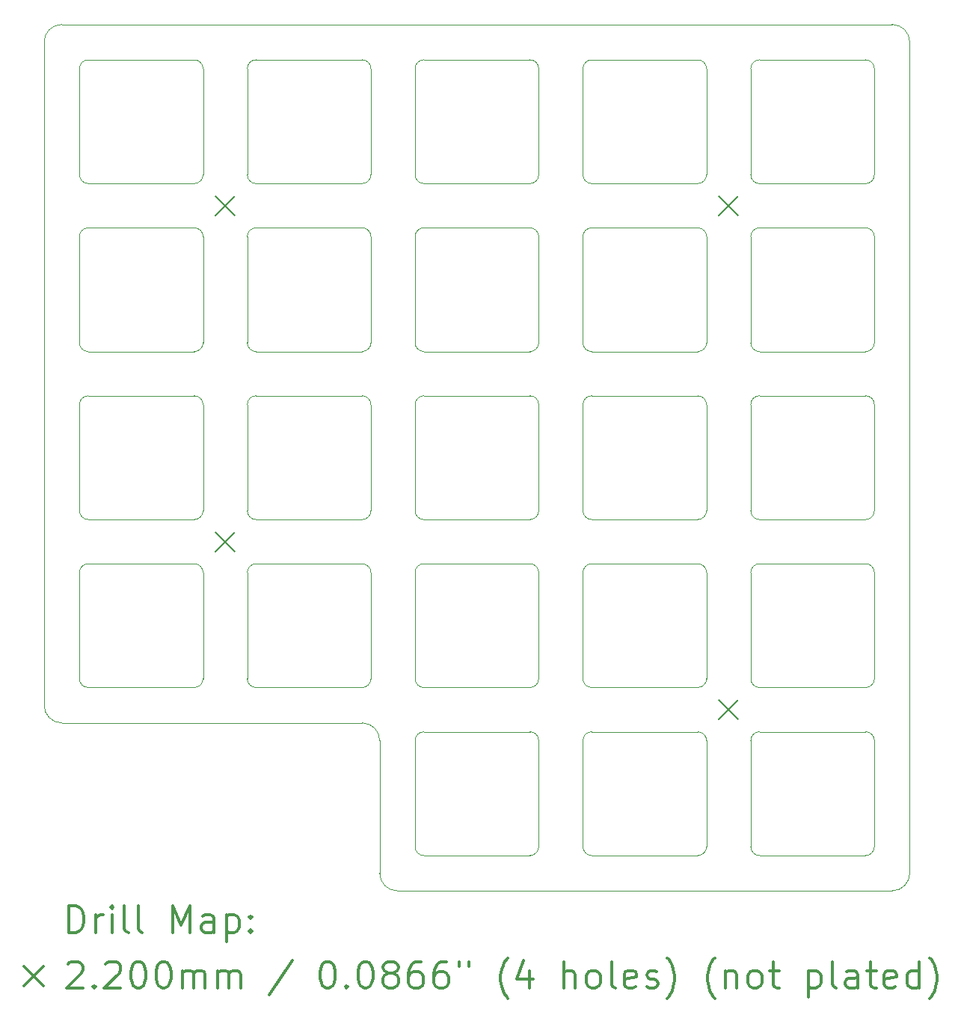
<source format=gbr>
%FSLAX45Y45*%
G04 Gerber Fmt 4.5, Leading zero omitted, Abs format (unit mm)*
G04 Created by KiCad (PCBNEW (5.1.10)-1) date 2021-08-15 20:32:44*
%MOMM*%
%LPD*%
G01*
G04 APERTURE LIST*
%TA.AperFunction,Profile*%
%ADD10C,0.100000*%
%TD*%
%ADD11C,0.200000*%
%ADD12C,0.300000*%
G04 APERTURE END LIST*
D10*
X8000000Y-12200000D02*
G75*
G02*
X7800000Y-12000000I0J200000D01*
G01*
X11400000Y-12200000D02*
G75*
G02*
X11600000Y-12400000I0J-200000D01*
G01*
X11800000Y-14100000D02*
G75*
G02*
X11600000Y-13900000I0J200000D01*
G01*
X17600000Y-13900000D02*
G75*
G02*
X17400000Y-14100000I-200000J0D01*
G01*
X17400000Y-4300000D02*
G75*
G02*
X17600000Y-4500000I0J-200000D01*
G01*
X7800000Y-4500000D02*
G75*
G02*
X8000000Y-4300000I200000J0D01*
G01*
X15900000Y-13700000D02*
G75*
G02*
X15800000Y-13600000I0J100000D01*
G01*
X17200000Y-13600000D02*
G75*
G02*
X17100000Y-13700000I-100000J0D01*
G01*
X17100000Y-13700000D02*
X15900000Y-13700000D01*
X17200000Y-12400000D02*
X17200000Y-13600000D01*
X15800000Y-13600000D02*
X15800000Y-12400000D01*
X15800000Y-12400000D02*
G75*
G02*
X15900000Y-12300000I100000J0D01*
G01*
X15900000Y-12300000D02*
X17100000Y-12300000D01*
X17100000Y-12300000D02*
G75*
G02*
X17200000Y-12400000I0J-100000D01*
G01*
X15900000Y-11800000D02*
G75*
G02*
X15800000Y-11700000I0J100000D01*
G01*
X15900000Y-10400000D02*
X17100000Y-10400000D01*
X17100000Y-11800000D02*
X15900000Y-11800000D01*
X17200000Y-11700000D02*
G75*
G02*
X17100000Y-11800000I-100000J0D01*
G01*
X15800000Y-10500000D02*
G75*
G02*
X15900000Y-10400000I100000J0D01*
G01*
X17100000Y-10400000D02*
G75*
G02*
X17200000Y-10500000I0J-100000D01*
G01*
X15800000Y-11700000D02*
X15800000Y-10500000D01*
X17200000Y-10500000D02*
X17200000Y-11700000D01*
X14000000Y-11800000D02*
G75*
G02*
X13900000Y-11700000I0J100000D01*
G01*
X14000000Y-10400000D02*
X15200000Y-10400000D01*
X15300000Y-11700000D02*
G75*
G02*
X15200000Y-11800000I-100000J0D01*
G01*
X13900000Y-10500000D02*
G75*
G02*
X14000000Y-10400000I100000J0D01*
G01*
X15200000Y-10400000D02*
G75*
G02*
X15300000Y-10500000I0J-100000D01*
G01*
X13900000Y-11700000D02*
X13900000Y-10500000D01*
X15300000Y-10500000D02*
X15300000Y-11700000D01*
X15200000Y-11800000D02*
X14000000Y-11800000D01*
X14000000Y-13700000D02*
G75*
G02*
X13900000Y-13600000I0J100000D01*
G01*
X14000000Y-12300000D02*
X15200000Y-12300000D01*
X15300000Y-13600000D02*
G75*
G02*
X15200000Y-13700000I-100000J0D01*
G01*
X13900000Y-12400000D02*
G75*
G02*
X14000000Y-12300000I100000J0D01*
G01*
X15200000Y-12300000D02*
G75*
G02*
X15300000Y-12400000I0J-100000D01*
G01*
X13900000Y-13600000D02*
X13900000Y-12400000D01*
X15300000Y-12400000D02*
X15300000Y-13600000D01*
X15200000Y-13700000D02*
X14000000Y-13700000D01*
X12100000Y-13700000D02*
G75*
G02*
X12000000Y-13600000I0J100000D01*
G01*
X13400000Y-12400000D02*
X13400000Y-13600000D01*
X12100000Y-12300000D02*
X13300000Y-12300000D01*
X13400000Y-13600000D02*
G75*
G02*
X13300000Y-13700000I-100000J0D01*
G01*
X13300000Y-12300000D02*
G75*
G02*
X13400000Y-12400000I0J-100000D01*
G01*
X13300000Y-13700000D02*
X12100000Y-13700000D01*
X12000000Y-13600000D02*
X12000000Y-12400000D01*
X12000000Y-12400000D02*
G75*
G02*
X12100000Y-12300000I100000J0D01*
G01*
X13300000Y-10400000D02*
G75*
G02*
X13400000Y-10500000I0J-100000D01*
G01*
X12000000Y-11700000D02*
X12000000Y-10500000D01*
X13400000Y-11700000D02*
G75*
G02*
X13300000Y-11800000I-100000J0D01*
G01*
X12100000Y-11800000D02*
G75*
G02*
X12000000Y-11700000I0J100000D01*
G01*
X12000000Y-10500000D02*
G75*
G02*
X12100000Y-10400000I100000J0D01*
G01*
X13400000Y-10500000D02*
X13400000Y-11700000D01*
X13300000Y-11800000D02*
X12100000Y-11800000D01*
X12100000Y-10400000D02*
X13300000Y-10400000D01*
X11500000Y-11700000D02*
G75*
G02*
X11400000Y-11800000I-100000J0D01*
G01*
X11500000Y-10500000D02*
X11500000Y-11700000D01*
X10100000Y-11700000D02*
X10100000Y-10500000D01*
X11400000Y-10400000D02*
G75*
G02*
X11500000Y-10500000I0J-100000D01*
G01*
X10100000Y-10500000D02*
G75*
G02*
X10200000Y-10400000I100000J0D01*
G01*
X10200000Y-11800000D02*
G75*
G02*
X10100000Y-11700000I0J100000D01*
G01*
X11400000Y-11800000D02*
X10200000Y-11800000D01*
X10200000Y-10400000D02*
X11400000Y-10400000D01*
X8300000Y-10400000D02*
X9500000Y-10400000D01*
X9600000Y-10500000D02*
X9600000Y-11700000D01*
X9500000Y-10400000D02*
G75*
G02*
X9600000Y-10500000I0J-100000D01*
G01*
X9500000Y-11800000D02*
X8300000Y-11800000D01*
X9600000Y-11700000D02*
G75*
G02*
X9500000Y-11800000I-100000J0D01*
G01*
X8200000Y-10500000D02*
G75*
G02*
X8300000Y-10400000I100000J0D01*
G01*
X8200000Y-11700000D02*
X8200000Y-10500000D01*
X8300000Y-11800000D02*
G75*
G02*
X8200000Y-11700000I0J100000D01*
G01*
X9600000Y-8600000D02*
X9600000Y-9800000D01*
X8200000Y-9800000D02*
X8200000Y-8600000D01*
X8300000Y-9900000D02*
G75*
G02*
X8200000Y-9800000I0J100000D01*
G01*
X9600000Y-9800000D02*
G75*
G02*
X9500000Y-9900000I-100000J0D01*
G01*
X8300000Y-8500000D02*
X9500000Y-8500000D01*
X8200000Y-8600000D02*
G75*
G02*
X8300000Y-8500000I100000J0D01*
G01*
X9500000Y-9900000D02*
X8300000Y-9900000D01*
X9500000Y-8500000D02*
G75*
G02*
X9600000Y-8600000I0J-100000D01*
G01*
X11500000Y-8600000D02*
X11500000Y-9800000D01*
X10200000Y-8500000D02*
X11400000Y-8500000D01*
X10100000Y-8600000D02*
G75*
G02*
X10200000Y-8500000I100000J0D01*
G01*
X11500000Y-9800000D02*
G75*
G02*
X11400000Y-9900000I-100000J0D01*
G01*
X11400000Y-8500000D02*
G75*
G02*
X11500000Y-8600000I0J-100000D01*
G01*
X11400000Y-9900000D02*
X10200000Y-9900000D01*
X10200000Y-9900000D02*
G75*
G02*
X10100000Y-9800000I0J100000D01*
G01*
X10100000Y-9800000D02*
X10100000Y-8600000D01*
X12100000Y-9900000D02*
G75*
G02*
X12000000Y-9800000I0J100000D01*
G01*
X12000000Y-9800000D02*
X12000000Y-8600000D01*
X13400000Y-8600000D02*
X13400000Y-9800000D01*
X12100000Y-8500000D02*
X13300000Y-8500000D01*
X12000000Y-8600000D02*
G75*
G02*
X12100000Y-8500000I100000J0D01*
G01*
X13400000Y-9800000D02*
G75*
G02*
X13300000Y-9900000I-100000J0D01*
G01*
X13300000Y-8500000D02*
G75*
G02*
X13400000Y-8600000I0J-100000D01*
G01*
X13300000Y-9900000D02*
X12100000Y-9900000D01*
X13900000Y-9800000D02*
X13900000Y-8600000D01*
X15300000Y-8600000D02*
X15300000Y-9800000D01*
X14000000Y-8500000D02*
X15200000Y-8500000D01*
X13900000Y-8600000D02*
G75*
G02*
X14000000Y-8500000I100000J0D01*
G01*
X15300000Y-9800000D02*
G75*
G02*
X15200000Y-9900000I-100000J0D01*
G01*
X15200000Y-9900000D02*
X14000000Y-9900000D01*
X14000000Y-9900000D02*
G75*
G02*
X13900000Y-9800000I0J100000D01*
G01*
X15200000Y-8500000D02*
G75*
G02*
X15300000Y-8600000I0J-100000D01*
G01*
X17200000Y-9800000D02*
G75*
G02*
X17100000Y-9900000I-100000J0D01*
G01*
X17200000Y-8600000D02*
X17200000Y-9800000D01*
X15900000Y-8500000D02*
X17100000Y-8500000D01*
X15800000Y-9800000D02*
X15800000Y-8600000D01*
X17100000Y-9900000D02*
X15900000Y-9900000D01*
X15900000Y-9900000D02*
G75*
G02*
X15800000Y-9800000I0J100000D01*
G01*
X17100000Y-8500000D02*
G75*
G02*
X17200000Y-8600000I0J-100000D01*
G01*
X15800000Y-8600000D02*
G75*
G02*
X15900000Y-8500000I100000J0D01*
G01*
X17200000Y-7900000D02*
G75*
G02*
X17100000Y-8000000I-100000J0D01*
G01*
X15800000Y-6700000D02*
G75*
G02*
X15900000Y-6600000I100000J0D01*
G01*
X17200000Y-6700000D02*
X17200000Y-7900000D01*
X15800000Y-7900000D02*
X15800000Y-6700000D01*
X17100000Y-6600000D02*
G75*
G02*
X17200000Y-6700000I0J-100000D01*
G01*
X15900000Y-8000000D02*
G75*
G02*
X15800000Y-7900000I0J100000D01*
G01*
X17100000Y-8000000D02*
X15900000Y-8000000D01*
X15900000Y-6600000D02*
X17100000Y-6600000D01*
X15200000Y-6600000D02*
G75*
G02*
X15300000Y-6700000I0J-100000D01*
G01*
X13900000Y-7900000D02*
X13900000Y-6700000D01*
X14000000Y-8000000D02*
G75*
G02*
X13900000Y-7900000I0J100000D01*
G01*
X15300000Y-7900000D02*
G75*
G02*
X15200000Y-8000000I-100000J0D01*
G01*
X15300000Y-6700000D02*
X15300000Y-7900000D01*
X13900000Y-6700000D02*
G75*
G02*
X14000000Y-6600000I100000J0D01*
G01*
X15200000Y-8000000D02*
X14000000Y-8000000D01*
X14000000Y-6600000D02*
X15200000Y-6600000D01*
X12100000Y-6600000D02*
X13300000Y-6600000D01*
X13400000Y-7900000D02*
G75*
G02*
X13300000Y-8000000I-100000J0D01*
G01*
X12100000Y-8000000D02*
G75*
G02*
X12000000Y-7900000I0J100000D01*
G01*
X13300000Y-8000000D02*
X12100000Y-8000000D01*
X12000000Y-7900000D02*
X12000000Y-6700000D01*
X12000000Y-6700000D02*
G75*
G02*
X12100000Y-6600000I100000J0D01*
G01*
X13400000Y-6700000D02*
X13400000Y-7900000D01*
X13300000Y-6600000D02*
G75*
G02*
X13400000Y-6700000I0J-100000D01*
G01*
X10100000Y-6700000D02*
G75*
G02*
X10200000Y-6600000I100000J0D01*
G01*
X11500000Y-7900000D02*
G75*
G02*
X11400000Y-8000000I-100000J0D01*
G01*
X10100000Y-7900000D02*
X10100000Y-6700000D01*
X11400000Y-8000000D02*
X10200000Y-8000000D01*
X10200000Y-6600000D02*
X11400000Y-6600000D01*
X10200000Y-8000000D02*
G75*
G02*
X10100000Y-7900000I0J100000D01*
G01*
X11500000Y-6700000D02*
X11500000Y-7900000D01*
X11400000Y-6600000D02*
G75*
G02*
X11500000Y-6700000I0J-100000D01*
G01*
X9500000Y-8000000D02*
X8300000Y-8000000D01*
X8300000Y-8000000D02*
G75*
G02*
X8200000Y-7900000I0J100000D01*
G01*
X8300000Y-6600000D02*
X9500000Y-6600000D01*
X9600000Y-6700000D02*
X9600000Y-7900000D01*
X8200000Y-6700000D02*
G75*
G02*
X8300000Y-6600000I100000J0D01*
G01*
X9600000Y-7900000D02*
G75*
G02*
X9500000Y-8000000I-100000J0D01*
G01*
X9500000Y-6600000D02*
G75*
G02*
X9600000Y-6700000I0J-100000D01*
G01*
X8200000Y-7900000D02*
X8200000Y-6700000D01*
X17100000Y-6100000D02*
X15900000Y-6100000D01*
X17100000Y-4700000D02*
G75*
G02*
X17200000Y-4800000I0J-100000D01*
G01*
X15800000Y-6000000D02*
X15800000Y-4800000D01*
X15900000Y-4700000D02*
X17100000Y-4700000D01*
X17200000Y-4800000D02*
X17200000Y-6000000D01*
X15800000Y-4800000D02*
G75*
G02*
X15900000Y-4700000I100000J0D01*
G01*
X15900000Y-6100000D02*
G75*
G02*
X15800000Y-6000000I0J100000D01*
G01*
X17200000Y-6000000D02*
G75*
G02*
X17100000Y-6100000I-100000J0D01*
G01*
X15200000Y-4700000D02*
G75*
G02*
X15300000Y-4800000I0J-100000D01*
G01*
X15200000Y-6100000D02*
X14000000Y-6100000D01*
X14000000Y-4700000D02*
X15200000Y-4700000D01*
X13900000Y-4800000D02*
G75*
G02*
X14000000Y-4700000I100000J0D01*
G01*
X15300000Y-4800000D02*
X15300000Y-6000000D01*
X13900000Y-6000000D02*
X13900000Y-4800000D01*
X14000000Y-6100000D02*
G75*
G02*
X13900000Y-6000000I0J100000D01*
G01*
X15300000Y-6000000D02*
G75*
G02*
X15200000Y-6100000I-100000J0D01*
G01*
X13400000Y-4800000D02*
X13400000Y-6000000D01*
X13300000Y-4700000D02*
G75*
G02*
X13400000Y-4800000I0J-100000D01*
G01*
X12000000Y-4800000D02*
G75*
G02*
X12100000Y-4700000I100000J0D01*
G01*
X12000000Y-6000000D02*
X12000000Y-4800000D01*
X12100000Y-4700000D02*
X13300000Y-4700000D01*
X12100000Y-6100000D02*
G75*
G02*
X12000000Y-6000000I0J100000D01*
G01*
X13400000Y-6000000D02*
G75*
G02*
X13300000Y-6100000I-100000J0D01*
G01*
X13300000Y-6100000D02*
X12100000Y-6100000D01*
X10200000Y-6100000D02*
G75*
G02*
X10100000Y-6000000I0J100000D01*
G01*
X11500000Y-6000000D02*
G75*
G02*
X11400000Y-6100000I-100000J0D01*
G01*
X10100000Y-4800000D02*
G75*
G02*
X10200000Y-4700000I100000J0D01*
G01*
X11400000Y-4700000D02*
G75*
G02*
X11500000Y-4800000I0J-100000D01*
G01*
X11400000Y-6100000D02*
X10200000Y-6100000D01*
X11500000Y-4800000D02*
X11500000Y-6000000D01*
X10200000Y-4700000D02*
X11400000Y-4700000D01*
X10100000Y-6000000D02*
X10100000Y-4800000D01*
X9500000Y-4700000D02*
G75*
G02*
X9600000Y-4800000I0J-100000D01*
G01*
X9600000Y-6000000D02*
G75*
G02*
X9500000Y-6100000I-100000J0D01*
G01*
X8300000Y-6100000D02*
G75*
G02*
X8200000Y-6000000I0J100000D01*
G01*
X8200000Y-4800000D02*
G75*
G02*
X8300000Y-4700000I100000J0D01*
G01*
X8200000Y-6000000D02*
X8200000Y-4800000D01*
X9500000Y-6100000D02*
X8300000Y-6100000D01*
X9600000Y-4800000D02*
X9600000Y-6000000D01*
X8300000Y-4700000D02*
X9500000Y-4700000D01*
X11600000Y-12400000D02*
X11600000Y-13900000D01*
X8000000Y-12200000D02*
X11400000Y-12200000D01*
X11800000Y-14100000D02*
X17400000Y-14100000D01*
X17600000Y-4500000D02*
X17600000Y-13900000D01*
X7800000Y-4500000D02*
X7800000Y-12000000D01*
X8000000Y-4300000D02*
X17400000Y-4300000D01*
D11*
X9740000Y-6240000D02*
X9960000Y-6460000D01*
X9960000Y-6240000D02*
X9740000Y-6460000D01*
X9740000Y-10040000D02*
X9960000Y-10260000D01*
X9960000Y-10040000D02*
X9740000Y-10260000D01*
X15439626Y-11938490D02*
X15659626Y-12158490D01*
X15659626Y-11938490D02*
X15439626Y-12158490D01*
X15440000Y-6240000D02*
X15660000Y-6460000D01*
X15660000Y-6240000D02*
X15440000Y-6460000D01*
D12*
X8081428Y-14570714D02*
X8081428Y-14270714D01*
X8152857Y-14270714D01*
X8195714Y-14285000D01*
X8224286Y-14313571D01*
X8238571Y-14342143D01*
X8252857Y-14399286D01*
X8252857Y-14442143D01*
X8238571Y-14499286D01*
X8224286Y-14527857D01*
X8195714Y-14556429D01*
X8152857Y-14570714D01*
X8081428Y-14570714D01*
X8381428Y-14570714D02*
X8381428Y-14370714D01*
X8381428Y-14427857D02*
X8395714Y-14399286D01*
X8410000Y-14385000D01*
X8438571Y-14370714D01*
X8467143Y-14370714D01*
X8567143Y-14570714D02*
X8567143Y-14370714D01*
X8567143Y-14270714D02*
X8552857Y-14285000D01*
X8567143Y-14299286D01*
X8581428Y-14285000D01*
X8567143Y-14270714D01*
X8567143Y-14299286D01*
X8752857Y-14570714D02*
X8724286Y-14556429D01*
X8710000Y-14527857D01*
X8710000Y-14270714D01*
X8910000Y-14570714D02*
X8881428Y-14556429D01*
X8867143Y-14527857D01*
X8867143Y-14270714D01*
X9252857Y-14570714D02*
X9252857Y-14270714D01*
X9352857Y-14485000D01*
X9452857Y-14270714D01*
X9452857Y-14570714D01*
X9724286Y-14570714D02*
X9724286Y-14413571D01*
X9710000Y-14385000D01*
X9681428Y-14370714D01*
X9624286Y-14370714D01*
X9595714Y-14385000D01*
X9724286Y-14556429D02*
X9695714Y-14570714D01*
X9624286Y-14570714D01*
X9595714Y-14556429D01*
X9581428Y-14527857D01*
X9581428Y-14499286D01*
X9595714Y-14470714D01*
X9624286Y-14456429D01*
X9695714Y-14456429D01*
X9724286Y-14442143D01*
X9867143Y-14370714D02*
X9867143Y-14670714D01*
X9867143Y-14385000D02*
X9895714Y-14370714D01*
X9952857Y-14370714D01*
X9981428Y-14385000D01*
X9995714Y-14399286D01*
X10010000Y-14427857D01*
X10010000Y-14513571D01*
X9995714Y-14542143D01*
X9981428Y-14556429D01*
X9952857Y-14570714D01*
X9895714Y-14570714D01*
X9867143Y-14556429D01*
X10138571Y-14542143D02*
X10152857Y-14556429D01*
X10138571Y-14570714D01*
X10124286Y-14556429D01*
X10138571Y-14542143D01*
X10138571Y-14570714D01*
X10138571Y-14385000D02*
X10152857Y-14399286D01*
X10138571Y-14413571D01*
X10124286Y-14399286D01*
X10138571Y-14385000D01*
X10138571Y-14413571D01*
X7575000Y-14955000D02*
X7795000Y-15175000D01*
X7795000Y-14955000D02*
X7575000Y-15175000D01*
X8067143Y-14929286D02*
X8081428Y-14915000D01*
X8110000Y-14900714D01*
X8181428Y-14900714D01*
X8210000Y-14915000D01*
X8224286Y-14929286D01*
X8238571Y-14957857D01*
X8238571Y-14986429D01*
X8224286Y-15029286D01*
X8052857Y-15200714D01*
X8238571Y-15200714D01*
X8367143Y-15172143D02*
X8381428Y-15186429D01*
X8367143Y-15200714D01*
X8352857Y-15186429D01*
X8367143Y-15172143D01*
X8367143Y-15200714D01*
X8495714Y-14929286D02*
X8510000Y-14915000D01*
X8538571Y-14900714D01*
X8610000Y-14900714D01*
X8638571Y-14915000D01*
X8652857Y-14929286D01*
X8667143Y-14957857D01*
X8667143Y-14986429D01*
X8652857Y-15029286D01*
X8481428Y-15200714D01*
X8667143Y-15200714D01*
X8852857Y-14900714D02*
X8881428Y-14900714D01*
X8910000Y-14915000D01*
X8924286Y-14929286D01*
X8938571Y-14957857D01*
X8952857Y-15015000D01*
X8952857Y-15086429D01*
X8938571Y-15143571D01*
X8924286Y-15172143D01*
X8910000Y-15186429D01*
X8881428Y-15200714D01*
X8852857Y-15200714D01*
X8824286Y-15186429D01*
X8810000Y-15172143D01*
X8795714Y-15143571D01*
X8781428Y-15086429D01*
X8781428Y-15015000D01*
X8795714Y-14957857D01*
X8810000Y-14929286D01*
X8824286Y-14915000D01*
X8852857Y-14900714D01*
X9138571Y-14900714D02*
X9167143Y-14900714D01*
X9195714Y-14915000D01*
X9210000Y-14929286D01*
X9224286Y-14957857D01*
X9238571Y-15015000D01*
X9238571Y-15086429D01*
X9224286Y-15143571D01*
X9210000Y-15172143D01*
X9195714Y-15186429D01*
X9167143Y-15200714D01*
X9138571Y-15200714D01*
X9110000Y-15186429D01*
X9095714Y-15172143D01*
X9081428Y-15143571D01*
X9067143Y-15086429D01*
X9067143Y-15015000D01*
X9081428Y-14957857D01*
X9095714Y-14929286D01*
X9110000Y-14915000D01*
X9138571Y-14900714D01*
X9367143Y-15200714D02*
X9367143Y-15000714D01*
X9367143Y-15029286D02*
X9381428Y-15015000D01*
X9410000Y-15000714D01*
X9452857Y-15000714D01*
X9481428Y-15015000D01*
X9495714Y-15043571D01*
X9495714Y-15200714D01*
X9495714Y-15043571D02*
X9510000Y-15015000D01*
X9538571Y-15000714D01*
X9581428Y-15000714D01*
X9610000Y-15015000D01*
X9624286Y-15043571D01*
X9624286Y-15200714D01*
X9767143Y-15200714D02*
X9767143Y-15000714D01*
X9767143Y-15029286D02*
X9781428Y-15015000D01*
X9810000Y-15000714D01*
X9852857Y-15000714D01*
X9881428Y-15015000D01*
X9895714Y-15043571D01*
X9895714Y-15200714D01*
X9895714Y-15043571D02*
X9910000Y-15015000D01*
X9938571Y-15000714D01*
X9981428Y-15000714D01*
X10010000Y-15015000D01*
X10024286Y-15043571D01*
X10024286Y-15200714D01*
X10610000Y-14886429D02*
X10352857Y-15272143D01*
X10995714Y-14900714D02*
X11024286Y-14900714D01*
X11052857Y-14915000D01*
X11067143Y-14929286D01*
X11081428Y-14957857D01*
X11095714Y-15015000D01*
X11095714Y-15086429D01*
X11081428Y-15143571D01*
X11067143Y-15172143D01*
X11052857Y-15186429D01*
X11024286Y-15200714D01*
X10995714Y-15200714D01*
X10967143Y-15186429D01*
X10952857Y-15172143D01*
X10938571Y-15143571D01*
X10924286Y-15086429D01*
X10924286Y-15015000D01*
X10938571Y-14957857D01*
X10952857Y-14929286D01*
X10967143Y-14915000D01*
X10995714Y-14900714D01*
X11224286Y-15172143D02*
X11238571Y-15186429D01*
X11224286Y-15200714D01*
X11210000Y-15186429D01*
X11224286Y-15172143D01*
X11224286Y-15200714D01*
X11424286Y-14900714D02*
X11452857Y-14900714D01*
X11481428Y-14915000D01*
X11495714Y-14929286D01*
X11510000Y-14957857D01*
X11524286Y-15015000D01*
X11524286Y-15086429D01*
X11510000Y-15143571D01*
X11495714Y-15172143D01*
X11481428Y-15186429D01*
X11452857Y-15200714D01*
X11424286Y-15200714D01*
X11395714Y-15186429D01*
X11381428Y-15172143D01*
X11367143Y-15143571D01*
X11352857Y-15086429D01*
X11352857Y-15015000D01*
X11367143Y-14957857D01*
X11381428Y-14929286D01*
X11395714Y-14915000D01*
X11424286Y-14900714D01*
X11695714Y-15029286D02*
X11667143Y-15015000D01*
X11652857Y-15000714D01*
X11638571Y-14972143D01*
X11638571Y-14957857D01*
X11652857Y-14929286D01*
X11667143Y-14915000D01*
X11695714Y-14900714D01*
X11752857Y-14900714D01*
X11781428Y-14915000D01*
X11795714Y-14929286D01*
X11810000Y-14957857D01*
X11810000Y-14972143D01*
X11795714Y-15000714D01*
X11781428Y-15015000D01*
X11752857Y-15029286D01*
X11695714Y-15029286D01*
X11667143Y-15043571D01*
X11652857Y-15057857D01*
X11638571Y-15086429D01*
X11638571Y-15143571D01*
X11652857Y-15172143D01*
X11667143Y-15186429D01*
X11695714Y-15200714D01*
X11752857Y-15200714D01*
X11781428Y-15186429D01*
X11795714Y-15172143D01*
X11810000Y-15143571D01*
X11810000Y-15086429D01*
X11795714Y-15057857D01*
X11781428Y-15043571D01*
X11752857Y-15029286D01*
X12067143Y-14900714D02*
X12010000Y-14900714D01*
X11981428Y-14915000D01*
X11967143Y-14929286D01*
X11938571Y-14972143D01*
X11924286Y-15029286D01*
X11924286Y-15143571D01*
X11938571Y-15172143D01*
X11952857Y-15186429D01*
X11981428Y-15200714D01*
X12038571Y-15200714D01*
X12067143Y-15186429D01*
X12081428Y-15172143D01*
X12095714Y-15143571D01*
X12095714Y-15072143D01*
X12081428Y-15043571D01*
X12067143Y-15029286D01*
X12038571Y-15015000D01*
X11981428Y-15015000D01*
X11952857Y-15029286D01*
X11938571Y-15043571D01*
X11924286Y-15072143D01*
X12352857Y-14900714D02*
X12295714Y-14900714D01*
X12267143Y-14915000D01*
X12252857Y-14929286D01*
X12224286Y-14972143D01*
X12210000Y-15029286D01*
X12210000Y-15143571D01*
X12224286Y-15172143D01*
X12238571Y-15186429D01*
X12267143Y-15200714D01*
X12324286Y-15200714D01*
X12352857Y-15186429D01*
X12367143Y-15172143D01*
X12381428Y-15143571D01*
X12381428Y-15072143D01*
X12367143Y-15043571D01*
X12352857Y-15029286D01*
X12324286Y-15015000D01*
X12267143Y-15015000D01*
X12238571Y-15029286D01*
X12224286Y-15043571D01*
X12210000Y-15072143D01*
X12495714Y-14900714D02*
X12495714Y-14957857D01*
X12610000Y-14900714D02*
X12610000Y-14957857D01*
X13052857Y-15315000D02*
X13038571Y-15300714D01*
X13010000Y-15257857D01*
X12995714Y-15229286D01*
X12981428Y-15186429D01*
X12967143Y-15115000D01*
X12967143Y-15057857D01*
X12981428Y-14986429D01*
X12995714Y-14943571D01*
X13010000Y-14915000D01*
X13038571Y-14872143D01*
X13052857Y-14857857D01*
X13295714Y-15000714D02*
X13295714Y-15200714D01*
X13224286Y-14886429D02*
X13152857Y-15100714D01*
X13338571Y-15100714D01*
X13681428Y-15200714D02*
X13681428Y-14900714D01*
X13810000Y-15200714D02*
X13810000Y-15043571D01*
X13795714Y-15015000D01*
X13767143Y-15000714D01*
X13724286Y-15000714D01*
X13695714Y-15015000D01*
X13681428Y-15029286D01*
X13995714Y-15200714D02*
X13967143Y-15186429D01*
X13952857Y-15172143D01*
X13938571Y-15143571D01*
X13938571Y-15057857D01*
X13952857Y-15029286D01*
X13967143Y-15015000D01*
X13995714Y-15000714D01*
X14038571Y-15000714D01*
X14067143Y-15015000D01*
X14081428Y-15029286D01*
X14095714Y-15057857D01*
X14095714Y-15143571D01*
X14081428Y-15172143D01*
X14067143Y-15186429D01*
X14038571Y-15200714D01*
X13995714Y-15200714D01*
X14267143Y-15200714D02*
X14238571Y-15186429D01*
X14224286Y-15157857D01*
X14224286Y-14900714D01*
X14495714Y-15186429D02*
X14467143Y-15200714D01*
X14410000Y-15200714D01*
X14381428Y-15186429D01*
X14367143Y-15157857D01*
X14367143Y-15043571D01*
X14381428Y-15015000D01*
X14410000Y-15000714D01*
X14467143Y-15000714D01*
X14495714Y-15015000D01*
X14510000Y-15043571D01*
X14510000Y-15072143D01*
X14367143Y-15100714D01*
X14624286Y-15186429D02*
X14652857Y-15200714D01*
X14710000Y-15200714D01*
X14738571Y-15186429D01*
X14752857Y-15157857D01*
X14752857Y-15143571D01*
X14738571Y-15115000D01*
X14710000Y-15100714D01*
X14667143Y-15100714D01*
X14638571Y-15086429D01*
X14624286Y-15057857D01*
X14624286Y-15043571D01*
X14638571Y-15015000D01*
X14667143Y-15000714D01*
X14710000Y-15000714D01*
X14738571Y-15015000D01*
X14852857Y-15315000D02*
X14867143Y-15300714D01*
X14895714Y-15257857D01*
X14910000Y-15229286D01*
X14924286Y-15186429D01*
X14938571Y-15115000D01*
X14938571Y-15057857D01*
X14924286Y-14986429D01*
X14910000Y-14943571D01*
X14895714Y-14915000D01*
X14867143Y-14872143D01*
X14852857Y-14857857D01*
X15395714Y-15315000D02*
X15381428Y-15300714D01*
X15352857Y-15257857D01*
X15338571Y-15229286D01*
X15324286Y-15186429D01*
X15310000Y-15115000D01*
X15310000Y-15057857D01*
X15324286Y-14986429D01*
X15338571Y-14943571D01*
X15352857Y-14915000D01*
X15381428Y-14872143D01*
X15395714Y-14857857D01*
X15510000Y-15000714D02*
X15510000Y-15200714D01*
X15510000Y-15029286D02*
X15524286Y-15015000D01*
X15552857Y-15000714D01*
X15595714Y-15000714D01*
X15624286Y-15015000D01*
X15638571Y-15043571D01*
X15638571Y-15200714D01*
X15824286Y-15200714D02*
X15795714Y-15186429D01*
X15781428Y-15172143D01*
X15767143Y-15143571D01*
X15767143Y-15057857D01*
X15781428Y-15029286D01*
X15795714Y-15015000D01*
X15824286Y-15000714D01*
X15867143Y-15000714D01*
X15895714Y-15015000D01*
X15910000Y-15029286D01*
X15924286Y-15057857D01*
X15924286Y-15143571D01*
X15910000Y-15172143D01*
X15895714Y-15186429D01*
X15867143Y-15200714D01*
X15824286Y-15200714D01*
X16010000Y-15000714D02*
X16124286Y-15000714D01*
X16052857Y-14900714D02*
X16052857Y-15157857D01*
X16067143Y-15186429D01*
X16095714Y-15200714D01*
X16124286Y-15200714D01*
X16452857Y-15000714D02*
X16452857Y-15300714D01*
X16452857Y-15015000D02*
X16481428Y-15000714D01*
X16538571Y-15000714D01*
X16567143Y-15015000D01*
X16581428Y-15029286D01*
X16595714Y-15057857D01*
X16595714Y-15143571D01*
X16581428Y-15172143D01*
X16567143Y-15186429D01*
X16538571Y-15200714D01*
X16481428Y-15200714D01*
X16452857Y-15186429D01*
X16767143Y-15200714D02*
X16738571Y-15186429D01*
X16724286Y-15157857D01*
X16724286Y-14900714D01*
X17010000Y-15200714D02*
X17010000Y-15043571D01*
X16995714Y-15015000D01*
X16967143Y-15000714D01*
X16910000Y-15000714D01*
X16881428Y-15015000D01*
X17010000Y-15186429D02*
X16981428Y-15200714D01*
X16910000Y-15200714D01*
X16881428Y-15186429D01*
X16867143Y-15157857D01*
X16867143Y-15129286D01*
X16881428Y-15100714D01*
X16910000Y-15086429D01*
X16981428Y-15086429D01*
X17010000Y-15072143D01*
X17110000Y-15000714D02*
X17224286Y-15000714D01*
X17152857Y-14900714D02*
X17152857Y-15157857D01*
X17167143Y-15186429D01*
X17195714Y-15200714D01*
X17224286Y-15200714D01*
X17438571Y-15186429D02*
X17410000Y-15200714D01*
X17352857Y-15200714D01*
X17324286Y-15186429D01*
X17310000Y-15157857D01*
X17310000Y-15043571D01*
X17324286Y-15015000D01*
X17352857Y-15000714D01*
X17410000Y-15000714D01*
X17438571Y-15015000D01*
X17452857Y-15043571D01*
X17452857Y-15072143D01*
X17310000Y-15100714D01*
X17710000Y-15200714D02*
X17710000Y-14900714D01*
X17710000Y-15186429D02*
X17681428Y-15200714D01*
X17624286Y-15200714D01*
X17595714Y-15186429D01*
X17581428Y-15172143D01*
X17567143Y-15143571D01*
X17567143Y-15057857D01*
X17581428Y-15029286D01*
X17595714Y-15015000D01*
X17624286Y-15000714D01*
X17681428Y-15000714D01*
X17710000Y-15015000D01*
X17824286Y-15315000D02*
X17838571Y-15300714D01*
X17867143Y-15257857D01*
X17881428Y-15229286D01*
X17895714Y-15186429D01*
X17910000Y-15115000D01*
X17910000Y-15057857D01*
X17895714Y-14986429D01*
X17881428Y-14943571D01*
X17867143Y-14915000D01*
X17838571Y-14872143D01*
X17824286Y-14857857D01*
M02*

</source>
